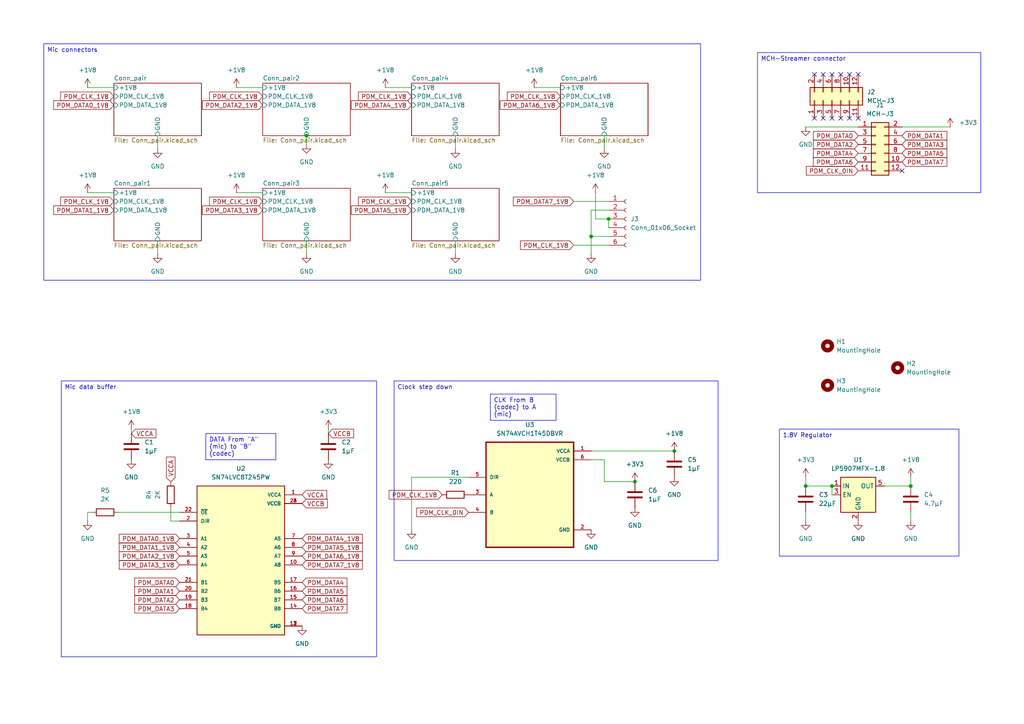
<source format=kicad_sch>
(kicad_sch (version 20231120) (generator "eeschema") (generator_version "8.0")
  (paper "A4")
  (title_block (title "\"Spider\" Mic-Array 15") (date "2024-09-04") (rev "2") (company "L. Suneson"))
  (lib_symbols
    (symbol "Connector:Conn_01x06_Socket" (pin_names (offset 1.016) hide)
      (property "Reference" "J" (at 0 7.62 0))
      (property "Value" "Conn_01x06_Socket" (at 0 -10.16 0))
      (symbol "Conn_01x06_Socket_1_1"
        (arc (start 0 -7.112) (mid -0.5058 -7.62) (end 0 -8.128) (stroke (width 0.1524)))
        (arc (start 0 -4.572) (mid -0.5058 -5.08) (end 0 -5.588) (stroke (width 0.1524)))
        (arc (start 0 -2.032) (mid -0.5058 -2.54) (end 0 -3.048) (stroke (width 0.1524)))
        (polyline (pts (xy -1.27 -7.62) (xy -0.508 -7.62)) (stroke (width 0.1524)))
        (polyline (pts (xy -1.27 -5.08) (xy -0.508 -5.08)) (stroke (width 0.1524)))
        (polyline (pts (xy -1.27 -2.54) (xy -0.508 -2.54)) (stroke (width 0.1524)))
        (polyline (pts (xy -1.27 0) (xy -0.508 0)) (stroke (width 0.1524)))
        (polyline (pts (xy -1.27 2.54) (xy -0.508 2.54)) (stroke (width 0.1524)))
        (polyline (pts (xy -1.27 5.08) (xy -0.508 5.08)) (stroke (width 0.1524)))
        (arc (start 0 0.508) (mid -0.5058 0) (end 0 -0.508) (stroke (width 0.1524)))
        (arc (start 0 3.048) (mid -0.5058 2.54) (end 0 2.032) (stroke (width 0.1524)))
        (arc (start 0 5.588) (mid -0.5058 5.08) (end 0 4.572) (stroke (width 0.1524)))
        (pin passive line (at -5.08 5.08 0) (length 3.81) (name "Pin_1") (number "1"))
        (pin passive line (at -5.08 2.54 0) (length 3.81) (name "Pin_2") (number "2"))
        (pin passive line (at -5.08 0 0) (length 3.81) (name "Pin_3") (number "3"))
        (pin passive line (at -5.08 -2.54 0) (length 3.81) (name "Pin_4") (number "4"))
        (pin passive line (at -5.08 -5.08 0) (length 3.81) (name "Pin_5") (number "5"))
        (pin passive line (at -5.08 -7.62 0) (length 3.81) (name "Pin_6") (number "6"))
      )
    )
    (symbol "Connector_Generic:Conn_02x06_Odd_Even" (pin_names (offset 1.016) hide)
      (property "Reference" "J" (at 1.27 7.62 0))
      (property "Value" "Conn_02x06_Odd_Even" (at 1.27 -10.16 0))
      (symbol "Conn_02x06_Odd_Even_1_1"
        (rectangle (start -1.27 -7.493) (end 0 -7.747) (stroke (width 0.1524)))
        (rectangle (start -1.27 -4.953) (end 0 -5.207) (stroke (width 0.1524)))
        (rectangle (start -1.27 -2.413) (end 0 -2.667) (stroke (width 0.1524)))
        (rectangle (start -1.27 0.127) (end 0 -0.127) (stroke (width 0.1524)))
        (rectangle (start -1.27 2.667) (end 0 2.413) (stroke (width 0.1524)))
        (rectangle (start -1.27 5.207) (end 0 4.953) (stroke (width 0.1524)))
        (rectangle (start -1.27 6.35) (end 3.81 -8.89) (stroke (width 0.254)) (fill (type background)))
        (rectangle (start 3.81 -7.493) (end 2.54 -7.747) (stroke (width 0.1524)))
        (rectangle (start 3.81 -4.953) (end 2.54 -5.207) (stroke (width 0.1524)))
        (rectangle (start 3.81 -2.413) (end 2.54 -2.667) (stroke (width 0.1524)))
        (rectangle (start 3.81 0.127) (end 2.54 -0.127) (stroke (width 0.1524)))
        (rectangle (start 3.81 2.667) (end 2.54 2.413) (stroke (width 0.1524)))
        (rectangle (start 3.81 5.207) (end 2.54 4.953) (stroke (width 0.1524)))
        (pin passive line (at -5.08 5.08 0) (length 3.81) (name "Pin_1") (number "1"))
        (pin passive line (at 7.62 -5.08 180) (length 3.81) (name "Pin_10") (number "10"))
        (pin passive line (at -5.08 -7.62 0) (length 3.81) (name "Pin_11") (number "11"))
        (pin passive line (at 7.62 -7.62 180) (length 3.81) (name "Pin_12") (number "12"))
        (pin passive line (at 7.62 5.08 180) (length 3.81) (name "Pin_2") (number "2"))
        (pin passive line (at -5.08 2.54 0) (length 3.81) (name "Pin_3") (number "3"))
        (pin passive line (at 7.62 2.54 180) (length 3.81) (name "Pin_4") (number "4"))
        (pin passive line (at -5.08 0 0) (length 3.81) (name "Pin_5") (number "5"))
        (pin passive line (at 7.62 0 180) (length 3.81) (name "Pin_6") (number "6"))
        (pin passive line (at -5.08 -2.54 0) (length 3.81) (name "Pin_7") (number "7"))
        (pin passive line (at 7.62 -2.54 180) (length 3.81) (name "Pin_8") (number "8"))
        (pin passive line (at -5.08 -5.08 0) (length 3.81) (name "Pin_9") (number "9"))
      )
    )
    (symbol "Device:C" (pin_numbers hide) (pin_names (offset 0.254))
      (property "Reference" "C" (at 0.635 2.54 0))
      (property "Value" "C" (at 0.635 -2.54 0))
      (symbol "C_0_1"
        (polyline (pts (xy -2.032 -0.762) (xy 2.032 -0.762)) (stroke (width 0.508)))
        (polyline (pts (xy -2.032 0.762) (xy 2.032 0.762)) (stroke (width 0.508)))
      )
      (symbol "C_1_1"
        (pin passive line (at 0 3.81 270) (length 2.794) (name "~") (number "1"))
        (pin passive line (at 0 -3.81 90) (length 2.794) (name "~") (number "2"))
      )
    )
    (symbol "Device:R" (pin_numbers hide) (pin_names (offset 0))
      (property "Reference" "R" (at 2.032 0 90))
      (property "Value" "R" (at 0 0 90))
      (symbol "R_0_1"
        (rectangle (start -1.016 -2.54) (end 1.016 2.54) (stroke (width 0.254)))
      )
      (symbol "R_1_1"
        (pin passive line (at 0 3.81 270) (length 1.27) (name "~") (number "1"))
        (pin passive line (at 0 -3.81 90) (length 1.27) (name "~") (number "2"))
      )
    )
    (symbol "Mechanical:MountingHole" (pin_names (offset 1.016)) (exclude_from_sim yes) (in_bom no)
      (property "Reference" "H" (at 0 5.08 0))
      (property "Value" "MountingHole" (at 0 3.175 0))
      (symbol "MountingHole_0_1"
        (circle (center 0 0) (radius 1.27) (stroke (width 1.27)))
      )
    )
    (symbol "Regulator_Linear:LP5907MFX-1.8"
      (property "Reference" "U" (at -3.81 6.35 0))
      (property "Value" "LP5907MFX-1.8" (at 6.35 6.35 0))
      (symbol "LP5907MFX-1.8_0_1"
        (rectangle (start -5.08 -5.08) (end 5.08 5.08) (stroke (width 0.254)) (fill (type background)))
        (pin power_in line (at -7.62 2.54 0) (length 2.54) (name "IN") (number "1"))
        (pin power_in line (at 0 -7.62 90) (length 2.54) (name "GND") (number "2"))
        (pin input line (at -7.62 0 0) (length 2.54) (name "EN") (number "3"))
        (pin no_connect line (at 5.08 0 180) (length 2.54) hide (name "NC") (number "4"))
        (pin power_out line (at 7.62 2.54 180) (length 2.54) (name "OUT") (number "5"))
      )
    )
    (symbol "SN74AVCH1T45DBVR:SN74AVCH1T45DBVR" (pin_names (offset 1.016))
      (property "Reference" "U" (at -12.7 16.24 0))
      (property "Value" "SN74AVCH1T45DBVR" (at -12.7 -19.24 0))
      (symbol "SN74AVCH1T45DBVR_0_0"
        (rectangle (start -12.7 -15.24) (end 12.7 15.24) (stroke (width 0.41)) (fill (type background)))
        (pin power_in line (at 17.78 12.7 180) (length 5.08) (name "VCCA") (number "1"))
        (pin power_in line (at 17.78 -10.16 180) (length 5.08) (name "GND") (number "2"))
        (pin bidirectional line (at -17.78 0 0) (length 5.08) (name "A") (number "3"))
        (pin bidirectional line (at -17.78 -5.08 0) (length 5.08) (name "B") (number "4"))
        (pin input line (at -17.78 5.08 0) (length 5.08) (name "DIR") (number "5"))
        (pin power_in line (at 17.78 10.16 180) (length 5.08) (name "VCCB") (number "6"))
      )
    )
    (symbol "SN74LVC8T245PW:SN74LVC8T245PW" (pin_names (offset 1.016))
      (property "Reference" "U" (at -12.7 23.86 0))
      (property "Value" "SN74LVC8T245PW" (at -12.7 -24.32 0))
      (symbol "SN74LVC8T245PW_0_0"
        (rectangle (start -12.7 -20.32) (end 12.7 22.86) (stroke (width 0.254)) (fill (type background)))
        (pin power_in line (at 17.78 20.32 180) (length 5.08) (name "VCCA") (number "1"))
        (pin bidirectional line (at 17.78 0 180) (length 5.08) (name "A8") (number "10"))
        (pin power_in line (at 17.78 -17.78 180) (length 5.08) (name "GND") (number "11"))
        (pin power_in line (at 17.78 -17.78 180) (length 5.08) (name "GND") (number "12"))
        (pin power_in line (at 17.78 -17.78 180) (length 5.08) (name "GND") (number "13"))
        (pin bidirectional line (at 17.78 -12.7 180) (length 5.08) (name "B8") (number "14"))
        (pin bidirectional line (at 17.78 -10.16 180) (length 5.08) (name "B7") (number "15"))
        (pin bidirectional line (at 17.78 -7.62 180) (length 5.08) (name "B6") (number "16"))
        (pin bidirectional line (at 17.78 -5.08 180) (length 5.08) (name "B5") (number "17"))
        (pin bidirectional line (at -17.78 -12.7 0) (length 5.08) (name "B4") (number "18"))
        (pin bidirectional line (at -17.78 -10.16 0) (length 5.08) (name "B3") (number "19"))
        (pin input line (at -17.78 12.7 0) (length 5.08) (name "DIR") (number "2"))
        (pin bidirectional line (at -17.78 -7.62 0) (length 5.08) (name "B2") (number "20"))
        (pin bidirectional line (at -17.78 -5.08 0) (length 5.08) (name "B1") (number "21"))
        (pin input line (at -17.78 15.24 0) (length 5.08) (name "~{OE}") (number "22"))
        (pin power_in line (at 17.78 17.78 180) (length 5.08) (name "VCCB") (number "23"))
        (pin power_in line (at 17.78 17.78 180) (length 5.08) (name "VCCB") (number "24"))
        (pin bidirectional line (at -17.78 7.62 0) (length 5.08) (name "A1") (number "3"))
        (pin bidirectional line (at -17.78 5.08 0) (length 5.08) (name "A2") (number "4"))
        (pin bidirectional line (at -17.78 2.54 0) (length 5.08) (name "A3") (number "5"))
        (pin bidirectional line (at -17.78 0 0) (length 5.08) (name "A4") (number "6"))
        (pin bidirectional line (at 17.78 7.62 180) (length 5.08) (name "A5") (number "7"))
        (pin bidirectional line (at 17.78 5.08 180) (length 5.08) (name "A6") (number "8"))
        (pin bidirectional line (at 17.78 2.54 180) (length 5.08) (name "A7") (number "9"))
      )
    )
    (symbol "power:+1V8" (power) (pin_numbers hide) (pin_names (offset 0) hide)
      (property "Value" "+1V8" (at 0 3.556 0))
      (symbol "+1V8_0_1"
        (polyline (pts (xy -0.762 1.27) (xy 0 2.54)))
        (polyline (pts (xy 0 0) (xy 0 2.54)))
        (polyline (pts (xy 0 2.54) (xy 0.762 1.27)))
      )
      (symbol "+1V8_1_1"
        (pin power_in line (at 0 0 90) (length 0) (name "~") (number "1"))
      )
    )
    (symbol "power:+3.3V" (power) (pin_numbers hide) (pin_names (offset 0) hide)
      (property "Value" "+3.3V" (at 0 3.556 0))
      (symbol "+3.3V_0_1"
        (polyline (pts (xy -0.762 1.27) (xy 0 2.54)))
        (polyline (pts (xy 0 0) (xy 0 2.54)))
        (polyline (pts (xy 0 2.54) (xy 0.762 1.27)))
      )
      (symbol "+3.3V_1_1"
        (pin power_in line (at 0 0 90) (length 0) (name "~") (number "1"))
      )
    )
    (symbol "power:GND" (power) (pin_numbers hide) (pin_names (offset 0) hide)
      (property "Value" "GND" (at 0 -3.81 0))
      (symbol "GND_0_1"
        (polyline (pts (xy 0 0) (xy 0 -1.27) (xy 1.27 -1.27) (xy 0 -2.54) (xy -1.27 -1.27) (xy 0 -1.27)))
      )
      (symbol "GND_1_1"
        (pin power_in line (at 0 0 270) (length 0) (name "~") (number "1"))
      )
    )
  )
  (junction (at 264.16 140.97))
  (junction (at 171.45 68.58))
  (junction (at 176.53 63.5))
  (junction (at 184.15 139.7))
  (junction (at 241.3 140.97))
  (junction (at 88.9 39.37))
  (junction (at 233.68 140.97))
  (junction (at 195.58 130.81))
  (no_connect (at 246.38 21.59))
  (no_connect (at 238.76 21.59))
  (no_connect (at 241.3 21.59))
  (no_connect (at 236.22 34.29))
  (no_connect (at 238.76 34.29))
  (no_connect (at 248.92 21.59))
  (no_connect (at 243.84 34.29))
  (no_connect (at 261.62 49.53))
  (no_connect (at 236.22 21.59))
  (no_connect (at 246.38 34.29))
  (no_connect (at 243.84 21.59))
  (no_connect (at 248.92 34.29))
  (no_connect (at 241.3 34.29))
  (wire (pts (xy 132.08 43.18) (xy 132.08 39.37)))
  (wire (pts (xy 68.58 55.88) (xy 76.2 55.88)))
  (wire (pts (xy 95.25 124.46) (xy 95.25 125.73)))
  (wire (pts (xy 166.37 71.12) (xy 176.53 71.12)))
  (wire (pts (xy 256.54 140.97) (xy 264.16 140.97)))
  (wire (pts (xy 172.72 63.5) (xy 172.72 55.88)))
  (wire (pts (xy 45.72 73.66) (xy 45.72 69.85)))
  (wire (pts (xy 34.29 148.59) (xy 52.07 148.59)))
  (wire (pts (xy 176.53 63.5) (xy 176.53 66.04)))
  (wire (pts (xy 241.3 140.97) (xy 241.3 143.51)))
  (wire (pts (xy 154.94 25.4) (xy 162.56 25.4)))
  (wire (pts (xy 233.68 138.43) (xy 233.68 140.97)))
  (wire (pts (xy 175.26 133.35) (xy 171.45 133.35)))
  (wire (pts (xy 166.37 58.42) (xy 176.53 58.42)))
  (wire (pts (xy 119.38 138.43) (xy 135.89 138.43)))
  (wire (pts (xy 264.16 151.13) (xy 264.16 148.59)))
  (wire (pts (xy 175.26 139.7) (xy 175.26 133.35)))
  (wire (pts (xy 233.68 36.83) (xy 248.92 36.83)))
  (wire (pts (xy 25.4 148.59) (xy 25.4 151.13)))
  (wire (pts (xy 111.76 25.4) (xy 119.38 25.4)))
  (wire (pts (xy 119.38 153.67) (xy 119.38 138.43)))
  (wire (pts (xy 233.68 140.97) (xy 241.3 140.97)))
  (wire (pts (xy 68.58 25.4) (xy 76.2 25.4)))
  (wire (pts (xy 171.45 68.58) (xy 171.45 60.96)))
  (wire (pts (xy 233.68 151.13) (xy 233.68 148.59)))
  (wire (pts (xy 175.26 43.18) (xy 175.26 39.37)))
  (wire (pts (xy 49.53 151.13) (xy 52.07 151.13)))
  (wire (pts (xy 171.45 73.66) (xy 171.45 68.58)))
  (wire (pts (xy 132.08 73.66) (xy 132.08 69.85)))
  (wire (pts (xy 264.16 138.43) (xy 264.16 140.97)))
  (wire (pts (xy 26.67 148.59) (xy 25.4 148.59)))
  (wire (pts (xy 171.45 60.96) (xy 176.53 60.96)))
  (wire (pts (xy 25.4 55.88) (xy 33.02 55.88)))
  (wire (pts (xy 184.15 139.7) (xy 175.26 139.7)))
  (wire (pts (xy 275.59 36.83) (xy 261.62 36.83)))
  (wire (pts (xy 38.1 124.46) (xy 38.1 125.73)))
  (wire (pts (xy 111.76 55.88) (xy 119.38 55.88)))
  (wire (pts (xy 176.53 63.5) (xy 172.72 63.5)))
  (wire (pts (xy 171.45 130.81) (xy 195.58 130.81)))
  (wire (pts (xy 171.45 68.58) (xy 176.53 68.58)))
  (wire (pts (xy 25.4 25.4) (xy 33.02 25.4)))
  (wire (pts (xy 88.9 73.66) (xy 88.9 69.85)))
  (wire (pts (xy 88.9 41.91) (xy 88.9 39.37)))
  (wire (pts (xy 88.9 39.37) (xy 88.9 38.1)))
  (wire (pts (xy 49.53 147.32) (xy 49.53 151.13)))
  (wire (pts (xy 45.72 43.18) (xy 45.72 39.37)))
  (text_box "Mic data buffer" (at 17.78 110.49 0) (size 91.44 80.01) (effects (font (size 1.27 1.27)) (justify left top)))
  (text_box "MCH-Streamer connector" (at 219.71 15.24 0) (size 64.77 40.64) (effects (font (size 1.27 1.27)) (justify left top)))
  (text_box "Mic connectors" (at 12.7 12.7 0) (size 190.5 68.58) (effects (font (size 1.27 1.27)) (justify left top)))
  (text_box "Clock step down" (at 114.3 110.49 0) (size 93.98 52.07) (effects (font (size 1.27 1.27)) (justify left top)))
  (text_box "DATA From \"A\" (mic) to \"B\" (codec)" (at 59.69 125.73 0) (size 20.32 7.62) (effects (font (size 1.27 1.27)) (justify left top)))
  (text_box "CLK From B (codec) to A (mic)" (at 142.24 114.3 0) (size 19.05 7.62) (effects (font (size 1.27 1.27)) (justify left top)))
  (text_box "1.8V Regulator" (at 226.06 124.46 0) (size 52.07 36.83) (effects (font (size 1.27 1.27)) (justify left top)))
  (global_label "PDM_DATA6_1V8" (shape input) (at 87.63 161.29 0) (property "Intersheetrefs" "${INTERSHEET_REFS}" (effects (hide yes))))
  (global_label "PDM_DATA0_1V8" (shape input) (at 52.07 156.21 180) (property "Intersheetrefs" "${INTERSHEET_REFS}" (effects (hide yes))))
  (global_label "PDM_DATA7_1V8" (shape input) (at 166.37 58.42 180) (property "Intersheetrefs" "${INTERSHEET_REFS}" (effects (hide yes))))
  (global_label "PDM_DATA3_1V8" (shape input) (at 52.07 163.83 180) (property "Intersheetrefs" "${INTERSHEET_REFS}" (effects (hide yes))))
  (global_label "PDM_DATA2_1V8" (shape input) (at 76.2 30.48 180) (property "Intersheetrefs" "${INTERSHEET_REFS}" (effects (hide yes))))
  (global_label "PDM_DATA6" (shape input) (at 248.92 46.99 180) (property "Intersheetrefs" "${INTERSHEET_REFS}" (effects (hide yes))))
  (global_label "PDM_CLK_1V8" (shape input) (at 162.56 27.94 180) (property "Intersheetrefs" "${INTERSHEET_REFS}" (effects (hide yes))))
  (global_label "PDM_DATA2" (shape input) (at 248.92 41.91 180) (property "Intersheetrefs" "${INTERSHEET_REFS}" (effects (hide yes))))
  (global_label "PDM_CLK_0IN" (shape input) (at 248.92 49.53 180) (property "Intersheetrefs" "${INTERSHEET_REFS}" (effects (hide yes))))
  (global_label "PDM_CLK_1V8" (shape input) (at 76.2 58.42 180) (property "Intersheetrefs" "${INTERSHEET_REFS}" (effects (hide yes))))
  (global_label "PDM_DATA2_1V8" (shape input) (at 52.07 161.29 180) (property "Intersheetrefs" "${INTERSHEET_REFS}" (effects (hide yes))))
  (global_label "PDM_CLK_1V8" (shape input) (at 166.37 71.12 180) (property "Intersheetrefs" "${INTERSHEET_REFS}" (effects (hide yes))))
  (global_label "PDM_CLK_1V8" (shape input) (at 33.02 27.94 180) (property "Intersheetrefs" "${INTERSHEET_REFS}" (effects (hide yes))))
  (global_label "PDM_DATA5_1V8" (shape input) (at 87.63 158.75 0) (property "Intersheetrefs" "${INTERSHEET_REFS}" (effects (hide yes))))
  (global_label "PDM_DATA7_1V8" (shape input) (at 87.63 163.83 0) (property "Intersheetrefs" "${INTERSHEET_REFS}" (effects (hide yes))))
  (global_label "PDM_DATA0" (shape input) (at 52.07 168.91 180) (property "Intersheetrefs" "${INTERSHEET_REFS}" (effects (hide yes))))
  (global_label "PDM_CLK_1V8" (shape input) (at 128.27 143.51 180) (property "Intersheetrefs" "${INTERSHEET_REFS}" (effects (hide yes))))
  (global_label "PDM_DATA1_1V8" (shape input) (at 33.02 60.96 180) (property "Intersheetrefs" "${INTERSHEET_REFS}" (effects (hide yes))))
  (global_label "PDM_DATA5" (shape input) (at 261.62 44.45 0) (property "Intersheetrefs" "${INTERSHEET_REFS}" (effects (hide yes))))
  (global_label "VCCB" (shape input) (at 95.25 125.73 0) (property "Intersheetrefs" "${INTERSHEET_REFS}" (effects (hide yes))))
  (global_label "PDM_DATA1" (shape input) (at 52.07 171.45 180) (property "Intersheetrefs" "${INTERSHEET_REFS}" (effects (hide yes))))
  (global_label "PDM_DATA6_1V8" (shape input) (at 162.56 30.48 180) (property "Intersheetrefs" "${INTERSHEET_REFS}" (effects (hide yes))))
  (global_label "PDM_CLK_1V8" (shape input) (at 119.38 58.42 180) (property "Intersheetrefs" "${INTERSHEET_REFS}" (effects (hide yes))))
  (global_label "PDM_DATA4" (shape input) (at 87.63 168.91 0) (property "Intersheetrefs" "${INTERSHEET_REFS}" (effects (hide yes))))
  (global_label "VCCA" (shape input) (at 49.53 139.7 90) (property "Intersheetrefs" "${INTERSHEET_REFS}" (effects (hide yes))))
  (global_label "PDM_DATA0" (shape input) (at 248.92 39.37 180) (property "Intersheetrefs" "${INTERSHEET_REFS}" (effects (hide yes))))
  (global_label "PDM_DATA3_1V8" (shape input) (at 76.2 60.96 180) (property "Intersheetrefs" "${INTERSHEET_REFS}" (effects (hide yes))))
  (global_label "PDM_DATA4" (shape input) (at 248.92 44.45 180) (property "Intersheetrefs" "${INTERSHEET_REFS}" (effects (hide yes))))
  (global_label "PDM_DATA5" (shape input) (at 87.63 171.45 0) (property "Intersheetrefs" "${INTERSHEET_REFS}" (effects (hide yes))))
  (global_label "PDM_DATA1" (shape input) (at 261.62 39.37 0) (property "Intersheetrefs" "${INTERSHEET_REFS}" (effects (hide yes))))
  (global_label "PDM_DATA7" (shape input) (at 261.62 46.99 0) (property "Intersheetrefs" "${INTERSHEET_REFS}" (effects (hide yes))))
  (global_label "PDM_DATA2" (shape input) (at 52.07 173.99 180) (property "Intersheetrefs" "${INTERSHEET_REFS}" (effects (hide yes))))
  (global_label "PDM_CLK_1V8" (shape input) (at 33.02 58.42 180) (property "Intersheetrefs" "${INTERSHEET_REFS}" (effects (hide yes))))
  (global_label "PDM_DATA3" (shape input) (at 261.62 41.91 0) (property "Intersheetrefs" "${INTERSHEET_REFS}" (effects (hide yes))))
  (global_label "PDM_DATA7" (shape input) (at 87.63 176.53 0) (property "Intersheetrefs" "${INTERSHEET_REFS}" (effects (hide yes))))
  (global_label "PDM_DATA3" (shape input) (at 52.07 176.53 180) (property "Intersheetrefs" "${INTERSHEET_REFS}" (effects (hide yes))))
  (global_label "PDM_DATA4_1V8" (shape input) (at 87.63 156.21 0) (property "Intersheetrefs" "${INTERSHEET_REFS}" (effects (hide yes))))
  (global_label "VCCA" (shape input) (at 38.1 125.73 0) (property "Intersheetrefs" "${INTERSHEET_REFS}" (effects (hide yes))))
  (global_label "PDM_DATA6" (shape input) (at 87.63 173.99 0) (property "Intersheetrefs" "${INTERSHEET_REFS}" (effects (hide yes))))
  (global_label "PDM_DATA5_1V8" (shape input) (at 119.38 60.96 180) (property "Intersheetrefs" "${INTERSHEET_REFS}" (effects (hide yes))))
  (global_label "PDM_CLK_1V8" (shape input) (at 76.2 27.94 180) (property "Intersheetrefs" "${INTERSHEET_REFS}" (effects (hide yes))))
  (global_label "PDM_CLK_1V8" (shape input) (at 119.38 27.94 180) (property "Intersheetrefs" "${INTERSHEET_REFS}" (effects (hide yes))))
  (global_label "PDM_DATA1_1V8" (shape input) (at 52.07 158.75 180) (property "Intersheetrefs" "${INTERSHEET_REFS}" (effects (hide yes))))
  (global_label "VCCA" (shape input) (at 87.63 143.51 0) (property "Intersheetrefs" "${INTERSHEET_REFS}" (effects (hide yes))))
  (global_label "PDM_DATA4_1V8" (shape input) (at 119.38 30.48 180) (property "Intersheetrefs" "${INTERSHEET_REFS}" (effects (hide yes))))
  (global_label "PDM_DATA0_1V8" (shape input) (at 33.02 30.48 180) (property "Intersheetrefs" "${INTERSHEET_REFS}" (effects (hide yes))))
  (global_label "VCCB" (shape input) (at 87.63 146.05 0) (property "Intersheetrefs" "${INTERSHEET_REFS}" (effects (hide yes))))
  (global_label "PDM_CLK_0IN" (shape input) (at 135.89 148.59 180) (property "Intersheetrefs" "${INTERSHEET_REFS}" (effects (hide yes))))
  (symbol (lib_id "power:+1V8") (at 25.4 25.4 0) (unit 1)
    (property "Reference" "#PWR01" (effects (hide yes)))
    (property "Value" "+1V8" (at 25.4 20.32 0))
    (property "Description" "Power symbol creates a global label with name \"+1V8\"" (effects (hide yes)))
  )
  (symbol (lib_id "power:+1V8") (at 68.58 25.4 0) (unit 1)
    (property "Reference" "#PWR02" (effects (hide yes)))
    (property "Value" "+1V8" (at 68.58 20.32 0))
    (property "Description" "Power symbol creates a global label with name \"+1V8\"" (effects (hide yes)))
  )
  (symbol (lib_id "power:+1V8") (at 25.4 55.88 0) (unit 1)
    (property "Reference" "#PWR011" (effects (hide yes)))
    (property "Value" "+1V8" (at 25.4 50.8 0))
    (property "Description" "Power symbol creates a global label with name \"+1V8\"" (effects (hide yes)))
  )
  (symbol (lib_id "SN74AVCH1T45DBVR:SN74AVCH1T45DBVR") (at 153.67 143.51 0) (unit 1)
    (property "Reference" "U3" (at 153.67 123.19 0))
    (property "Value" "SN74AVCH1T45DBVR" (at 153.67 125.73 0))
    (property "Footprint" "SN74AVCH1T45DBVR:SOT95P280X145-6N" (effects (hide yes)))
    (property "MF" "Texas Instruments" (effects (hide yes)))
    (property "Description_1" "\nSingle-Bit Dual-Supply Bus Transceiver with Configurable Voltage Translation and 3-State Outputs\n" (effects (hide yes)))
    (property "Package" "SOT-23-6 Texas Instruments" (effects (hide yes)))
    (property "Price" "None" (effects (hide yes)))
    (property "SnapEDA_Link" "https://www.snapeda.com/parts/SN74AVCH1T45DBVR/Texas+Instruments/view-part/?ref=snap" (effects (hide yes)))
    (property "MP" "SN74AVCH1T45DBVR" (effects (hide yes)))
    (property "Purchase-URL" "https://www.snapeda.com/api/url_track_click_mouser/?unipart_id=1223193&manufacturer=Texas Instruments&part_name=SN74AVCH1T45DBVR&search_term=sn74avch1t45" (effects (hide yes)))
    (property "Availability" "In Stock" (effects (hide yes)))
    (property "Check_prices" "https://www.snapeda.com/parts/SN74AVCH1T45DBVR/Texas+Instruments/view-part/?ref=eda" (effects (hide yes)))
  )
  (symbol (lib_id "power:GND") (at 184.15 147.32 0) (unit 1)
    (property "Reference" "#PWR038" (effects (hide yes)))
    (property "Value" "GND" (at 184.15 152.4 0))
    (property "Description" "Power symbol creates a global label with name \"GND\" , ground" (effects (hide yes)))
  )
  (symbol (lib_id "power:+1V8") (at 38.1 124.46 0) (unit 1)
    (property "Reference" "#PWR019" (effects (hide yes)))
    (property "Value" "+1V8" (at 38.1 119.38 0))
    (property "Description" "Power symbol creates a global label with name \"+1V8\"" (effects (hide yes)))
  )
  (symbol (lib_id "Device:C") (at 38.1 129.54 0) (unit 1)
    (property "Reference" "C1" (at 41.91 128.2699 0) (effects (justify left)))
    (property "Value" "1µF" (at 41.91 130.8099 0) (effects (justify left)))
    (property "Footprint" "Capacitor_SMD:C_0402_1005Metric" (effects (hide yes)))
    (property "Description" "Unpolarized capacitor" (effects (hide yes)))
  )
  (symbol (lib_id "power:GND") (at 233.68 151.13 0) (unit 1)
    (property "Reference" "#PWR027" (effects (hide yes)))
    (property "Value" "GND" (at 233.68 156.21 0))
    (property "Description" "Power symbol creates a global label with name \"GND\" , ground" (effects (hide yes)))
  )
  (symbol (lib_id "Mechanical:MountingHole") (at 240.03 111.76 0) (unit 1) (exclude_from_sim yes) (in_bom no)
    (property "Reference" "H3" (at 242.57 110.4899 0) (effects (justify left)))
    (property "Value" "MountingHole" (at 242.57 113.0299 0) (effects (justify left)))
    (property "Footprint" "MountingHole:MountingHole_3.2mm_M3" (effects (hide yes)))
    (property "Description" "Mounting Hole without connection" (effects (hide yes)))
  )
  (symbol (lib_id "power:+1V8") (at 154.94 25.4 0) (unit 1)
    (property "Reference" "#PWR04" (effects (hide yes)))
    (property "Value" "+1V8" (at 154.94 20.32 0))
    (property "Description" "Power symbol creates a global label with name \"+1V8\"" (effects (hide yes)))
  )
  (symbol (lib_id "Device:R") (at 30.48 148.59 90) (unit 1)
    (property "Reference" "R5" (at 30.48 142.24 90))
    (property "Value" "2K" (at 30.48 144.78 90))
    (property "Footprint" "Resistor_SMD:R_0402_1005Metric" (effects (hide yes)))
    (property "Description" "Resistor" (effects (hide yes)))
  )
  (symbol (lib_id "Mechanical:MountingHole") (at 260.35 106.68 0) (unit 1) (exclude_from_sim yes) (in_bom no)
    (property "Reference" "H2" (at 262.89 105.4099 0) (effects (justify left)))
    (property "Value" "MountingHole" (at 262.89 107.9499 0) (effects (justify left)))
    (property "Footprint" "MountingHole:MountingHole_3.2mm_M3" (effects (hide yes)))
    (property "Description" "Mounting Hole without connection" (effects (hide yes)))
  )
  (symbol (lib_id "Device:C") (at 264.16 144.78 0) (unit 1)
    (property "Reference" "C4" (at 267.97 143.5099 0) (effects (justify left)))
    (property "Value" "4.7µF" (at 267.97 146.0499 0) (effects (justify left)))
    (property "Footprint" "Capacitor_SMD:C_0603_1608Metric" (effects (hide yes)))
    (property "Description" "Unpolarized capacitor" (effects (hide yes)))
  )
  (symbol (lib_id "power:GND") (at 132.08 43.18 0) (unit 1)
    (property "Reference" "#PWR09" (effects (hide yes)))
    (property "Value" "GND" (at 132.08 48.26 0))
    (property "Description" "Power symbol creates a global label with name \"GND\" , ground" (effects (hide yes)))
  )
  (symbol (lib_id "power:+1V8") (at 111.76 25.4 0) (unit 1)
    (property "Reference" "#PWR03" (effects (hide yes)))
    (property "Value" "+1V8" (at 111.76 20.32 0))
    (property "Description" "Power symbol creates a global label with name \"+1V8\"" (effects (hide yes)))
  )
  (symbol (lib_id "Device:C") (at 195.58 134.62 0) (unit 1)
    (property "Reference" "C5" (at 199.39 133.3499 0) (effects (justify left)))
    (property "Value" "1µF" (at 199.39 135.8899 0) (effects (justify left)))
    (property "Footprint" "Capacitor_SMD:C_0402_1005Metric" (effects (hide yes)))
    (property "Description" "Unpolarized capacitor" (effects (hide yes)))
  )
  (symbol (lib_id "power:GND") (at 25.4 151.13 0) (unit 1)
    (property "Reference" "#PWR032" (effects (hide yes)))
    (property "Value" "GND" (at 25.4 156.21 0))
    (property "Description" "Power symbol creates a global label with name \"GND\" , ground" (effects (hide yes)))
  )
  (symbol (lib_id "power:+1V8") (at 111.76 55.88 0) (unit 1)
    (property "Reference" "#PWR013" (effects (hide yes)))
    (property "Value" "+1V8" (at 111.76 50.8 0))
    (property "Description" "Power symbol creates a global label with name \"+1V8\"" (effects (hide yes)))
  )
  (symbol (lib_id "power:GND") (at 38.1 133.35 0) (unit 1)
    (property "Reference" "#PWR025" (effects (hide yes)))
    (property "Value" "GND" (at 38.1 138.43 0))
    (property "Description" "Power symbol creates a global label with name \"GND\" , ground" (effects (hide yes)))
  )
  (symbol (lib_id "power:+3.3V") (at 184.15 139.7 0) (unit 1)
    (property "Reference" "#PWR037" (effects (hide yes)))
    (property "Value" "+3V3" (at 184.15 134.62 0))
    (property "Description" "Power symbol creates a global label with name \"+3.3V\"" (effects (hide yes)))
  )
  (symbol (lib_id "Connector_Generic:Conn_02x06_Odd_Even") (at 241.3 29.21 90) (unit 1)
    (property "Reference" "J2" (at 251.46 26.6699 90) (effects (justify right)))
    (property "Value" "MCH-J3" (at 251.46 29.2099 90) (effects (justify right)))
    (property "Footprint" "Connector_PinSocket_2.00mm:PinSocket_2x06_P2.00mm_Vertical" (effects (hide yes)))
    (property "Description" "Generic connector, double row, 02x06, odd/even pin numbering scheme (row 1 odd numbers, row 2 even numbers), script generated (kicad-library-utils/schlib/autogen/connector/)" (effects (hide yes)))
  )
  (symbol (lib_id "power:GND") (at 233.68 36.83 0) (unit 1)
    (property "Reference" "#PWR05" (effects (hide yes)))
    (property "Value" "GND" (at 233.68 41.91 0))
    (property "Description" "Power symbol creates a global label with name \"GND\" , ground" (effects (hide yes)))
  )
  (symbol (lib_id "Connector_Generic:Conn_02x06_Odd_Even") (at 254 41.91 0) (unit 1)
    (property "Reference" "J1" (at 255.27 30.48 0))
    (property "Value" "MCH-J3" (at 255.27 33.02 0))
    (property "Footprint" "Connector_PinSocket_2.00mm:PinSocket_2x06_P2.00mm_Vertical" (effects (hide yes)))
    (property "Description" "Generic connector, double row, 02x06, odd/even pin numbering scheme (row 1 odd numbers, row 2 even numbers), script generated (kicad-library-utils/schlib/autogen/connector/)" (effects (hide yes)))
  )
  (symbol (lib_id "Regulator_Linear:LP5907MFX-1.8") (at 248.92 143.51 0) (unit 1)
    (property "Reference" "U1" (at 248.92 133.35 0))
    (property "Value" "LP5907MFX-1.8" (at 248.92 135.89 0))
    (property "Footprint" "Package_TO_SOT_SMD:SOT-23-5" (effects (hide yes)))
    (property "Datasheet" "http://www.ti.com/lit/ds/symlink/lp5907.pdf" (effects (hide yes)))
    (property "Description" "250-mA Ultra-Low-Noise Low-IQ LDO, 1.8V, SOT-23" (effects (hide yes)))
  )
  (symbol (lib_id "power:GND") (at 264.16 151.13 0) (unit 1)
    (property "Reference" "#PWR029" (effects (hide yes)))
    (property "Value" "GND" (at 264.16 156.21 0))
    (property "Description" "Power symbol creates a global label with name \"GND\" , ground" (effects (hide yes)))
  )
  (symbol (lib_id "power:GND") (at 175.26 43.18 0) (unit 1)
    (property "Reference" "#PWR010" (effects (hide yes)))
    (property "Value" "GND" (at 175.26 48.26 0))
    (property "Description" "Power symbol creates a global label with name \"GND\" , ground" (effects (hide yes)))
  )
  (symbol (lib_id "Device:R") (at 132.08 143.51 90) (unit 1)
    (property "Reference" "R1" (at 132.08 137.16 90))
    (property "Value" "220" (at 132.08 139.7 90))
    (property "Footprint" "Resistor_SMD:R_0402_1005Metric" (effects (hide yes)))
    (property "Description" "Resistor" (effects (hide yes)))
  )
  (symbol (lib_id "power:GND") (at 45.72 73.66 0) (unit 1)
    (property "Reference" "#PWR015" (effects (hide yes)))
    (property "Value" "GND" (at 45.72 78.74 0))
    (property "Description" "Power symbol creates a global label with name \"GND\" , ground" (effects (hide yes)))
  )
  (symbol (lib_id "power:+3.3V") (at 95.25 124.46 0) (unit 1)
    (property "Reference" "#PWR020" (effects (hide yes)))
    (property "Value" "+3V3" (at 95.25 119.38 0))
    (property "Description" "Power symbol creates a global label with name \"+3.3V\"" (effects (hide yes)))
  )
  (symbol (lib_id "Device:C") (at 184.15 143.51 0) (unit 1)
    (property "Reference" "C6" (at 187.96 142.2399 0) (effects (justify left)))
    (property "Value" "1µF" (at 187.96 144.7799 0) (effects (justify left)))
    (property "Footprint" "Capacitor_SMD:C_0402_1005Metric" (effects (hide yes)))
    (property "Description" "Unpolarized capacitor" (effects (hide yes)))
  )
  (symbol (lib_id "power:GND") (at 88.9 73.66 0) (unit 1)
    (property "Reference" "#PWR016" (effects (hide yes)))
    (property "Value" "GND" (at 88.9 78.74 0))
    (property "Description" "Power symbol creates a global label with name \"GND\" , ground" (effects (hide yes)))
  )
  (symbol (lib_id "power:GND") (at 171.45 73.66 0) (unit 1)
    (property "Reference" "#PWR018" (effects (hide yes)))
    (property "Value" "GND" (at 171.45 78.74 0))
    (property "Description" "Power symbol creates a global label with name \"GND\" , ground" (effects (hide yes)))
  )
  (symbol (lib_id "Device:C") (at 233.68 144.78 0) (unit 1)
    (property "Reference" "C3" (at 237.49 143.5099 0) (effects (justify left)))
    (property "Value" "22µF" (at 237.49 146.0499 0) (effects (justify left)))
    (property "Footprint" "Capacitor_SMD:C_0805_2012Metric" (effects (hide yes)))
    (property "Description" "Unpolarized capacitor" (effects (hide yes)))
  )
  (symbol (lib_id "power:GND") (at 132.08 73.66 0) (unit 1)
    (property "Reference" "#PWR017" (effects (hide yes)))
    (property "Value" "GND" (at 132.08 78.74 0))
    (property "Description" "Power symbol creates a global label with name \"GND\" , ground" (effects (hide yes)))
  )
  (symbol (lib_id "power:+1V8") (at 195.58 130.81 0) (unit 1)
    (property "Reference" "#PWR034" (effects (hide yes)))
    (property "Value" "+1V8" (at 195.58 125.73 0))
    (property "Description" "Power symbol creates a global label with name \"+1V8\"" (effects (hide yes)))
  )
  (symbol (lib_id "power:+3.3V") (at 275.59 36.83 0) (unit 1)
    (property "Reference" "#PWR06" (effects (hide yes)))
    (property "Value" "+3V3" (at 278.13 35.5599 0) (effects (justify left)))
    (property "Description" "Power symbol creates a global label with name \"+3.3V\"" (effects (hide yes)))
  )
  (symbol (lib_id "power:GND") (at 195.58 138.43 0) (unit 1)
    (property "Reference" "#PWR036" (effects (hide yes)))
    (property "Value" "GND" (at 195.58 143.51 0))
    (property "Description" "Power symbol creates a global label with name \"GND\" , ground" (effects (hide yes)))
  )
  (symbol (lib_id "power:+1V8") (at 68.58 55.88 0) (unit 1)
    (property "Reference" "#PWR012" (effects (hide yes)))
    (property "Value" "+1V8" (at 68.58 50.8 0))
    (property "Description" "Power symbol creates a global label with name \"+1V8\"" (effects (hide yes)))
  )
  (symbol (lib_id "power:+1V8") (at 172.72 55.88 0) (unit 1)
    (property "Reference" "#PWR014" (effects (hide yes)))
    (property "Value" "+1V8" (at 172.72 50.8 0))
    (property "Description" "Power symbol creates a global label with name \"+1V8\"" (effects (hide yes)))
  )
  (symbol (lib_id "Device:R") (at 49.53 143.51 0) (mirror y) (unit 1)
    (property "Reference" "R4" (at 43.18 143.51 90))
    (property "Value" "2K" (at 45.72 143.51 90))
    (property "Footprint" "Resistor_SMD:R_0402_1005Metric" (effects (hide yes)))
    (property "Description" "Resistor" (effects (hide yes)))
  )
  (symbol (lib_id "power:GND") (at 95.25 133.35 0) (unit 1)
    (property "Reference" "#PWR026" (effects (hide yes)))
    (property "Value" "GND" (at 95.25 138.43 0))
    (property "Description" "Power symbol creates a global label with name \"GND\" , ground" (effects (hide yes)))
  )
  (symbol (lib_id "SN74LVC8T245PW:SN74LVC8T245PW") (at 69.85 163.83 0) (unit 1)
    (property "Reference" "U2" (at 69.85 135.89 0))
    (property "Value" "SN74LVC8T245PW" (at 69.85 138.43 0))
    (property "Footprint" "SN74LVC8T245PW:SOP65P640X120-24N" (effects (hide yes)))
    (property "MF" "Texas Instruments" (effects (hide yes)))
    (property "MAXIMUM_PACKAGE_HEIGHT" "1.2 mm" (effects (hide yes)))
    (property "Package" "TSSOP-24 Texas Instruments" (effects (hide yes)))
    (property "Price" "None" (effects (hide yes)))
    (property "Check_prices" "https://www.snapeda.com/parts/SN74LVC8T245PW/Texas+Instruments/view-part/?ref=eda" (effects (hide yes)))
    (property "STANDARD" "IPC 7351B" (effects (hide yes)))
    (property "PARTREV" "B" (effects (hide yes)))
    (property "SnapEDA_Link" "https://www.snapeda.com/parts/SN74LVC8T245PW/Texas+Instruments/view-part/?ref=snap" (effects (hide yes)))
    (property "MP" "SN74LVC8T245PW" (effects (hide yes)))
    (property "Description_1" "\n8-Bit Dual-Supply Bus Transceiver with Configurable Voltage-Level Shifting and Three-State Outputs\n" (effects (hide yes)))
    (property "Availability" "In Stock" (effects (hide yes)))
    (property "MANUFACTURER" "Texas Instruments" (effects (hide yes)))
  )
  (symbol (lib_id "power:GND") (at 45.72 43.18 0) (unit 1)
    (property "Reference" "#PWR07" (effects (hide yes)))
    (property "Value" "GND" (at 45.72 48.26 0))
    (property "Description" "Power symbol creates a global label with name \"GND\" , ground" (effects (hide yes)))
  )
  (symbol (lib_id "power:GND") (at 248.92 151.13 0) (unit 1)
    (property "Reference" "#PWR028" (effects (hide yes)))
    (property "Value" "GND" (at 248.92 156.21 0))
    (property "Description" "Power symbol creates a global label with name \"GND\" , ground" (effects (hide yes)))
  )
  (symbol (lib_id "Device:C") (at 95.25 129.54 0) (unit 1)
    (property "Reference" "C2" (at 99.06 128.2699 0) (effects (justify left)))
    (property "Value" "1µF" (at 99.06 130.8099 0) (effects (justify left)))
    (property "Footprint" "Capacitor_SMD:C_0402_1005Metric" (effects (hide yes)))
    (property "Description" "Unpolarized capacitor" (effects (hide yes)))
  )
  (symbol (lib_id "power:GND") (at 171.45 153.67 0) (unit 1)
    (property "Reference" "#PWR039" (effects (hide yes)))
    (property "Value" "GND" (at 171.45 158.75 0))
    (property "Description" "Power symbol creates a global label with name \"GND\" , ground" (effects (hide yes)))
  )
  (symbol (lib_id "power:GND") (at 119.38 153.67 0) (unit 1)
    (property "Reference" "#PWR035" (effects (hide yes)))
    (property "Value" "GND" (at 119.38 158.75 0))
    (property "Description" "Power symbol creates a global label with name \"GND\" , ground" (effects (hide yes)))
  )
  (symbol (lib_id "Connector:Conn_01x06_Socket") (at 181.61 63.5 0) (unit 1)
    (property "Reference" "J3" (at 182.88 63.4999 0) (effects (justify left)))
    (property "Value" "Conn_01x06_Socket" (at 182.88 66.0399 0) (effects (justify left)))
    (property "Footprint" "Connector_FFC-FPC:Hirose_FH12-6S-0.5SH_1x06-1MP_P0.50mm_Horizontal" (effects (hide yes)))
    (property "Description" "Generic connector, single row, 01x06, script generated" (effects (hide yes)))
  )
  (symbol (lib_id "power:GND") (at 87.63 181.61 0) (unit 1)
    (property "Reference" "#PWR033" (effects (hide yes)))
    (property "Value" "GND" (at 87.63 186.69 0))
    (property "Description" "Power symbol creates a global label with name \"GND\" , ground" (effects (hide yes)))
  )
  (symbol (lib_id "power:GND") (at 88.9 41.91 0) (unit 1)
    (property "Reference" "#PWR08" (effects (hide yes)))
    (property "Value" "GND" (at 88.9 46.99 0))
    (property "Description" "Power symbol creates a global label with name \"GND\" , ground" (effects (hide yes)))
  )
  (symbol (lib_id "Mechanical:MountingHole") (at 240.03 100.33 0) (unit 1) (exclude_from_sim yes) (in_bom no)
    (property "Reference" "H1" (at 242.57 99.0599 0) (effects (justify left)))
    (property "Value" "MountingHole" (at 242.57 101.5999 0) (effects (justify left)))
    (property "Footprint" "MountingHole:MountingHole_3.2mm_M3" (effects (hide yes)))
    (property "Description" "Mounting Hole without connection" (effects (hide yes)))
  )
  (symbol (lib_id "power:+3.3V") (at 233.68 138.43 0) (unit 1)
    (property "Reference" "#PWR023" (effects (hide yes)))
    (property "Value" "+3V3" (at 233.68 133.35 0))
    (property "Description" "Power symbol creates a global label with name \"+3.3V\"" (effects (hide yes)))
  )
  (symbol (lib_id "power:+1V8") (at 264.16 138.43 0) (unit 1)
    (property "Reference" "#PWR024" (effects (hide yes)))
    (property "Value" "+1V8" (at 264.16 133.35 0))
    (property "Description" "Power symbol creates a global label with name \"+1V8\"" (effects (hide yes)))
  )
  (sheet (at 162.56 24.13) (size 25.4 15.24) (stroke (width 0.1524))
    (property "Sheetname" "Conn_pair6" (at 162.56 23.4184 0) (effects (justify left bottom)))
    (property "Sheetfile" "Conn_pair.kicad_sch" (at 162.56 39.9546 0) (effects (justify left top)))
    (pin "+1V8" input (at 162.56 25.4 180))
    (pin "GND" input (at 175.26 39.37 270))
    (pin "PDM_CLK_1V8" input (at 162.56 27.94 180))
    (pin "PDM_DATA_1V8" input (at 162.56 30.48 180))
  )
  (sheet (at 119.38 54.61) (size 25.4 15.24) (stroke (width 0.1524))
    (property "Sheetname" "Conn_pair5" (at 119.38 53.8984 0) (effects (justify left bottom)))
    (property "Sheetfile" "Conn_pair.kicad_sch" (at 119.38 70.4346 0) (effects (justify left top)))
    (pin "+1V8" input (at 119.38 55.88 180))
    (pin "GND" input (at 132.08 69.85 270))
    (pin "PDM_CLK_1V8" input (at 119.38 58.42 180))
    (pin "PDM_DATA_1V8" input (at 119.38 60.96 180))
  )
  (sheet (at 76.2 54.61) (size 25.4 15.24) (stroke (width 0.1524))
    (property "Sheetname" "Conn_pair3" (at 76.2 53.8984 0) (effects (justify left bottom)))
    (property "Sheetfile" "Conn_pair.kicad_sch" (at 76.2 70.4346 0) (effects (justify left top)))
    (pin "+1V8" input (at 76.2 55.88 180))
    (pin "GND" input (at 88.9 69.85 270))
    (pin "PDM_CLK_1V8" input (at 76.2 58.42 180))
    (pin "PDM_DATA_1V8" input (at 76.2 60.96 180))
  )
  (sheet (at 33.02 54.61) (size 25.4 15.24) (stroke (width 0.1524))
    (property "Sheetname" "Conn_pair1" (at 33.02 53.8984 0) (effects (justify left bottom)))
    (property "Sheetfile" "Conn_pair.kicad_sch" (at 33.02 70.4346 0) (effects (justify left top)))
    (pin "+1V8" input (at 33.02 55.88 180))
    (pin "GND" input (at 45.72 69.85 270))
    (pin "PDM_CLK_1V8" input (at 33.02 58.42 180))
    (pin "PDM_DATA_1V8" input (at 33.02 60.96 180))
  )
  (sheet (at 33.02 24.13) (size 25.4 15.24) (stroke (width 0.1524))
    (property "Sheetname" "Conn_pair" (at 33.02 23.4184 0) (effects (justify left bottom)))
    (property "Sheetfile" "Conn_pair.kicad_sch" (at 33.02 39.9546 0) (effects (justify left top)))
    (pin "+1V8" input (at 33.02 25.4 180))
    (pin "GND" input (at 45.72 39.37 270))
    (pin "PDM_CLK_1V8" input (at 33.02 27.94 180))
    (pin "PDM_DATA_1V8" input (at 33.02 30.48 180))
  )
  (sheet (at 119.38 24.13) (size 25.4 15.24) (stroke (width 0.1524))
    (property "Sheetname" "Conn_pair4" (at 119.38 23.4184 0) (effects (justify left bottom)))
    (property "Sheetfile" "Conn_pair.kicad_sch" (at 119.38 39.9546 0) (effects (justify left top)))
    (pin "+1V8" input (at 119.38 25.4 180))
    (pin "GND" input (at 132.08 39.37 270))
    (pin "PDM_CLK_1V8" input (at 119.38 27.94 180))
    (pin "PDM_DATA_1V8" input (at 119.38 30.48 180))
  )
  (sheet (at 76.2 24.13) (size 25.4 15.24) (stroke (width 0.1524))
    (property "Sheetname" "Conn_pair2" (at 76.2 23.4184 0) (effects (justify left bottom)))
    (property "Sheetfile" "Conn_pair.kicad_sch" (at 76.2 39.9546 0) (effects (justify left top)))
    (pin "+1V8" input (at 76.2 25.4 180))
    (pin "GND" input (at 88.9 39.37 270))
    (pin "PDM_CLK_1V8" input (at 76.2 27.94 180))
    (pin "PDM_DATA_1V8" input (at 76.2 30.48 180))
  )
)
</source>
